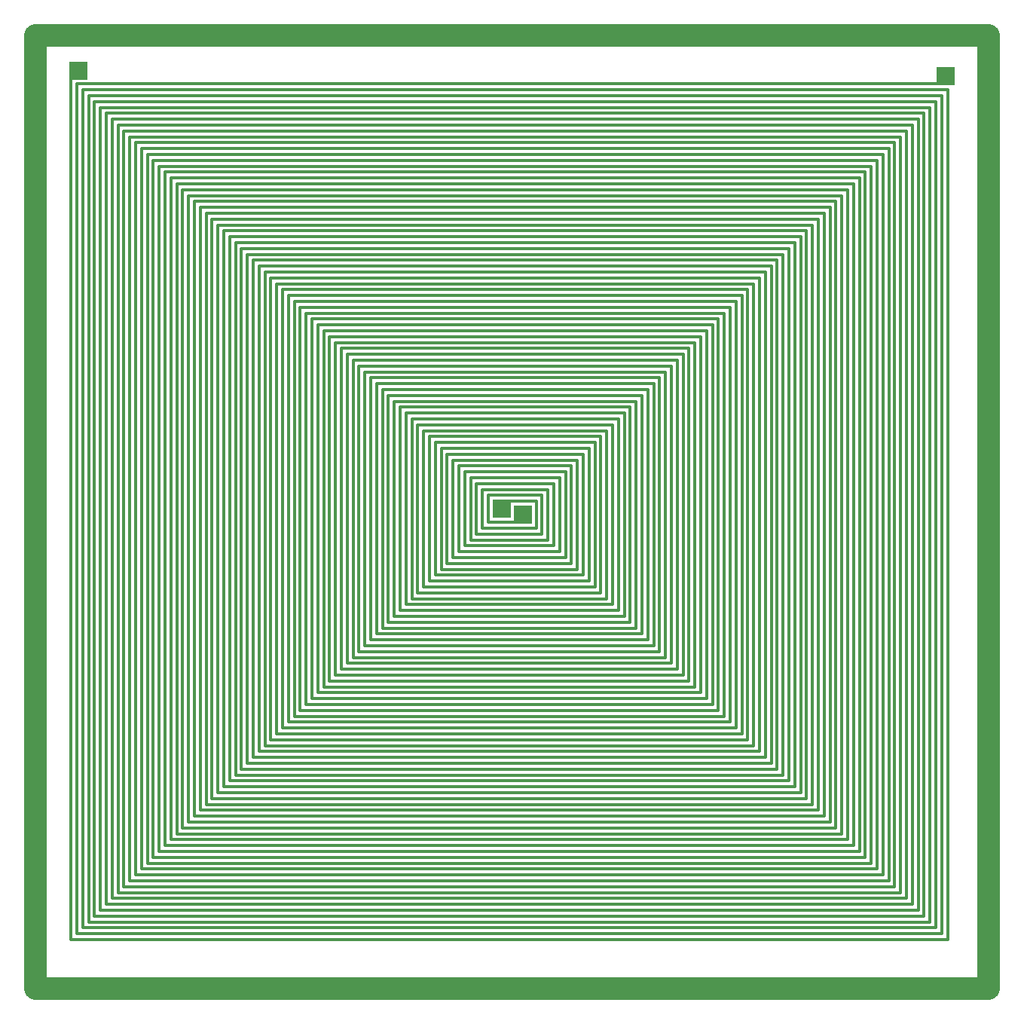
<source format=gbr>
G04 start of page 2 for group 0 idx 0 *
G04 Title: (unknown), component *
G04 Creator: pcb 1.99y *
G04 CreationDate: Mon Mar  9 18:38:30 2009 UTC *
G04 For: dj *
G04 Format: Gerber/RS-274X *
G04 PCB-Dimensions: 431600 431600 *
G04 PCB-Coordinate-Origin: lower left *
%MOIN*%
%FSLAX25Y25*%
%LNFRONT*%
%ADD11C,0.0130*%
%ADD12C,0.1000*%
%ADD13C,0.0200*%
%ADD14C,0.0300*%
G54D11*X200000Y205950D02*Y228250D01*
X197400Y203350D02*Y230850D01*
X194800Y200750D02*Y233450D01*
X192200Y198150D02*Y236050D01*
X189600Y195550D02*Y238650D01*
X187000Y192950D02*Y241250D01*
X181800Y187750D02*Y246450D01*
X179200Y185150D02*Y249050D01*
X176600Y182550D02*Y251650D01*
X44000Y384250D02*X390200D01*
X41400Y386850D02*X392800D01*
X38800Y389450D02*X395400D01*
X36200Y392050D02*X398000D01*
X33600Y394650D02*X400600D01*
X31000Y397250D02*X403200D01*
X28400Y399850D02*X405800D01*
X25800Y402450D02*X408400D01*
X23200Y405050D02*X411000D01*
G54D12*X5000Y426600D02*X426600D01*
G54D11*X174000Y179950D02*Y254250D01*
X171400Y177350D02*Y256850D01*
X168800Y174750D02*Y259450D01*
X166200Y172150D02*Y262050D01*
X163600Y169550D02*Y264650D01*
X161000Y166950D02*Y267250D01*
X158400Y164350D02*Y269850D01*
X155800Y161750D02*Y272450D01*
X153200Y159150D02*Y275050D01*
X150600Y156550D02*Y277650D01*
X148000Y153950D02*Y280250D01*
X145400Y151350D02*Y282850D01*
X142800Y148750D02*Y285450D01*
X140200Y146150D02*Y288050D01*
X137600Y143550D02*Y290650D01*
X135000Y140950D02*Y293250D01*
X387600Y47350D02*Y381650D01*
X390200Y44750D02*Y384250D01*
X392800Y42150D02*Y386850D01*
X395400Y39550D02*Y389450D01*
X398000Y36950D02*Y392050D01*
X400600Y34350D02*Y394650D01*
X403200Y31750D02*Y397250D01*
X405800Y29150D02*Y399850D01*
X408400Y26550D02*Y402450D01*
G54D12*X426600Y5000D02*Y426600D01*
G54D11*X184400Y190350D02*Y243850D01*
G54D12*X5000Y5000D02*X426600D01*
G54D11*X148000Y153950D02*X281000D01*
X145400Y151350D02*X283600D01*
X142800Y148750D02*X286200D01*
X140200Y146150D02*X288800D01*
X137600Y143550D02*X291400D01*
X135000Y140950D02*X294000D01*
X132400Y138350D02*X296600D01*
X129800Y135750D02*X299200D01*
X127200Y133150D02*X301800D01*
X124600Y130550D02*X304400D01*
X122000Y127950D02*X307000D01*
X119400Y125350D02*X309600D01*
X116800Y122750D02*X312200D01*
X114200Y120150D02*X314800D01*
X111600Y117550D02*X317400D01*
X109000Y114950D02*X320000D01*
X106400Y112350D02*X322600D01*
X103800Y109750D02*X325200D01*
X101200Y107150D02*X327800D01*
X98600Y104550D02*X330400D01*
X96000Y101950D02*X333000D01*
X93400Y99350D02*X335600D01*
X90800Y96750D02*X338200D01*
X88200Y94150D02*X340800D01*
X85600Y91550D02*X343400D01*
X83000Y88950D02*X346000D01*
X80400Y86350D02*X348600D01*
X77800Y83750D02*X351200D01*
X75200Y81150D02*X353800D01*
X72600Y78550D02*X356400D01*
X70000Y75950D02*X359000D01*
X67400Y73350D02*X361600D01*
X64800Y70750D02*X364200D01*
X62200Y68150D02*X366800D01*
X59600Y65550D02*X369400D01*
X57000Y62950D02*X372000D01*
X54400Y60350D02*X374600D01*
X51800Y57750D02*X377200D01*
X49200Y55150D02*X379800D01*
X46600Y52550D02*X382400D01*
X44000Y49950D02*X385000D01*
X41400Y47350D02*X387600D01*
X38800Y44750D02*X390200D01*
X36200Y42150D02*X392800D01*
X33600Y39550D02*X395400D01*
X31000Y36950D02*X398000D01*
X28400Y34350D02*X400600D01*
X25800Y31750D02*X403200D01*
X23200Y29150D02*X405800D01*
X20600Y26550D02*X408400D01*
X132400Y138350D02*Y295850D01*
X129800Y135750D02*Y298450D01*
X127200Y133150D02*Y301050D01*
X124600Y130550D02*Y303650D01*
X122000Y127950D02*Y306250D01*
X119400Y125350D02*Y308850D01*
X116800Y122750D02*Y311450D01*
X114200Y120150D02*Y314050D01*
X111600Y117550D02*Y316650D01*
X109000Y114950D02*Y319250D01*
X106400Y112350D02*Y321850D01*
X103800Y109750D02*Y324450D01*
X101200Y107150D02*Y327050D01*
X98600Y104550D02*Y329650D01*
X96000Y101950D02*Y332250D01*
X93400Y99350D02*Y334850D01*
X90800Y96750D02*Y337450D01*
X88200Y94150D02*Y340050D01*
X85600Y91550D02*Y342650D01*
X83000Y88950D02*Y345250D01*
X80400Y86350D02*Y347850D01*
X77800Y83750D02*Y350450D01*
X75200Y81150D02*Y353050D01*
X72600Y78550D02*Y355650D01*
X70000Y75950D02*Y358250D01*
X67400Y73350D02*Y360850D01*
X64800Y70750D02*Y363450D01*
X62200Y68150D02*Y366050D01*
X59600Y65550D02*Y368650D01*
X57000Y62950D02*Y371250D01*
X54400Y60350D02*Y373850D01*
X51800Y57750D02*Y376450D01*
X49200Y55150D02*Y379050D01*
X46600Y52550D02*Y381650D01*
X44000Y49950D02*Y384250D01*
X41400Y47350D02*Y386850D01*
X38800Y44750D02*Y389450D01*
X36200Y42150D02*Y392050D01*
X33600Y39550D02*Y394650D01*
X31000Y36950D02*Y397250D01*
X28400Y34350D02*Y399850D01*
X25800Y31750D02*Y402450D01*
X23200Y29150D02*Y405050D01*
X20600Y26550D02*Y407650D01*
G54D12*X5000Y5000D02*Y426600D01*
G54D11*X200000Y205950D02*X229000D01*
X197400Y203350D02*X231600D01*
X194800Y200750D02*X234200D01*
X229000Y205950D02*Y223050D01*
X231600Y203350D02*Y225650D01*
X234200Y200750D02*Y228250D01*
X236800Y198150D02*Y230850D01*
X239400Y195550D02*Y233450D01*
X242000Y192950D02*Y236050D01*
X192200Y198150D02*X236800D01*
X189600Y195550D02*X239400D01*
X187000Y192950D02*X242000D01*
X184400Y190350D02*X244600D01*
X207800Y220450D02*X226400D01*
X223800Y211150D02*Y217850D01*
X205200Y223050D02*X229000D01*
X205200Y211150D02*X223800D01*
X205200D02*Y223050D01*
X202600Y208550D02*X226400D01*
X202600D02*Y225650D01*
X226400Y208550D02*Y220450D01*
X244600Y190350D02*Y238650D01*
X181800Y187750D02*X247200D01*
Y241250D01*
X179200Y185150D02*X249800D01*
X176600Y182550D02*X252400D01*
X174000Y179950D02*X255000D01*
X171400Y177350D02*X257600D01*
X168800Y174750D02*X260200D01*
X166200Y172150D02*X262800D01*
X163600Y169550D02*X265400D01*
X161000Y166950D02*X268000D01*
X158400Y164350D02*X270600D01*
X155800Y161750D02*X273200D01*
X153200Y159150D02*X275800D01*
X150600Y156550D02*X278400D01*
X202600Y225650D02*X231600D01*
X200000Y228250D02*X234200D01*
X197400Y230850D02*X236800D01*
X194800Y233450D02*X239400D01*
X192200Y236050D02*X242000D01*
X189600Y238650D02*X244600D01*
X187000Y241250D02*X247200D01*
X184400Y243850D02*X249800D01*
X181800Y246450D02*X252400D01*
X179200Y249050D02*X255000D01*
X176600Y251650D02*X257600D01*
X174000Y254250D02*X260200D01*
X171400Y256850D02*X262800D01*
X168800Y259450D02*X265400D01*
X166200Y262050D02*X268000D01*
X163600Y264650D02*X270600D01*
X161000Y267250D02*X273200D01*
X158400Y269850D02*X275800D01*
X155800Y272450D02*X278400D01*
X153200Y275050D02*X281000D01*
X150600Y277650D02*X283600D01*
X148000Y280250D02*X286200D01*
X145400Y282850D02*X288800D01*
X142800Y285450D02*X291400D01*
X140200Y288050D02*X294000D01*
X249800Y185150D02*Y243850D01*
X252400Y182550D02*Y246450D01*
X255000Y179950D02*Y249050D01*
X257600Y177350D02*Y251650D01*
X260200Y174750D02*Y254250D01*
X262800Y172150D02*Y256850D01*
X265400Y169550D02*Y259450D01*
X268000Y166950D02*Y262050D01*
X270600Y164350D02*Y264650D01*
X273200Y161750D02*Y267250D01*
X275800Y159150D02*Y269850D01*
X278400Y156550D02*Y272450D01*
X281000Y153950D02*Y275050D01*
X283600Y151350D02*Y277650D01*
X286200Y148750D02*Y280250D01*
X288800Y146150D02*Y282850D01*
X291400Y143550D02*Y285450D01*
X294000Y140950D02*Y288050D01*
X296600Y138350D02*Y290650D01*
X299200Y135750D02*Y293250D01*
X301800Y133150D02*Y295850D01*
X304400Y130550D02*Y298450D01*
X307000Y127950D02*Y301050D01*
X309600Y125350D02*Y303650D01*
X312200Y122750D02*Y306250D01*
X314800Y120150D02*Y308850D01*
X317400Y117550D02*Y311450D01*
X320000Y114950D02*Y314050D01*
X322600Y112350D02*Y316650D01*
X325200Y109750D02*Y319250D01*
X327800Y107150D02*Y321850D01*
X330400Y104550D02*Y324450D01*
X333000Y101950D02*Y327050D01*
X335600Y99350D02*Y329650D01*
X338200Y96750D02*Y332250D01*
X340800Y94150D02*Y334850D01*
X343400Y91550D02*Y337450D01*
X346000Y88950D02*Y340050D01*
X348600Y86350D02*Y342650D01*
X351200Y83750D02*Y345250D01*
X353800Y81150D02*Y347850D01*
X356400Y78550D02*Y350450D01*
X359000Y75950D02*Y353050D01*
X361600Y73350D02*Y355650D01*
X364200Y70750D02*Y358250D01*
X366800Y68150D02*Y360850D01*
X369400Y65550D02*Y363450D01*
X372000Y62950D02*Y366050D01*
X374600Y60350D02*Y368650D01*
X377200Y57750D02*Y371250D01*
X379800Y55150D02*Y373850D01*
X382400Y52550D02*Y376450D01*
X385000Y49950D02*Y379050D01*
X137600Y290650D02*X296600D01*
X135000Y293250D02*X299200D01*
X132400Y295850D02*X301800D01*
X129800Y298450D02*X304400D01*
X127200Y301050D02*X307000D01*
X124600Y303650D02*X309600D01*
X122000Y306250D02*X312200D01*
X119400Y308850D02*X314800D01*
X116800Y311450D02*X317400D01*
X114200Y314050D02*X320000D01*
X111600Y316650D02*X322600D01*
X109000Y319250D02*X325200D01*
X106400Y321850D02*X327800D01*
X103800Y324450D02*X330400D01*
X101200Y327050D02*X333000D01*
X98600Y329650D02*X335600D01*
X96000Y332250D02*X338200D01*
X93400Y334850D02*X340800D01*
X90800Y337450D02*X343400D01*
X88200Y340050D02*X346000D01*
X85600Y342650D02*X348600D01*
X83000Y345250D02*X351200D01*
X80400Y347850D02*X353800D01*
X77800Y350450D02*X356400D01*
X75200Y353050D02*X359000D01*
X72600Y355650D02*X361600D01*
X70000Y358250D02*X364200D01*
X67400Y360850D02*X366800D01*
X64800Y363450D02*X369400D01*
X62200Y366050D02*X372000D01*
X59600Y368650D02*X374600D01*
X57000Y371250D02*X377200D01*
X54400Y373850D02*X379800D01*
X51800Y376450D02*X382400D01*
X49200Y379050D02*X385000D01*
X46600Y381650D02*X387600D01*
G54D13*G36*
X207150Y221100D02*Y213100D01*
X215150D01*
Y221100D01*
X207150D01*
G37*
G36*
X216450Y218500D02*Y210500D01*
X224450D01*
Y218500D01*
X216450D01*
G37*
G36*
X19950Y415000D02*Y407000D01*
X27950D01*
Y415000D01*
X19950D01*
G37*
G36*
X403650Y412400D02*Y404400D01*
X411650D01*
Y412400D01*
X403650D01*
G37*
G54D14*M02*

</source>
